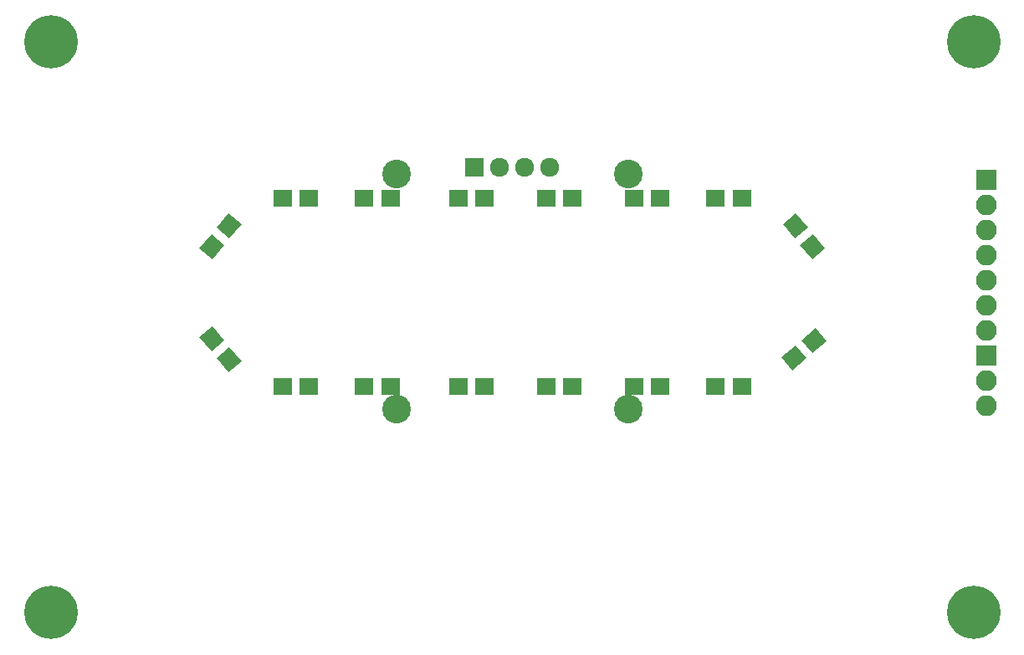
<source format=gts>
G04 #@! TF.FileFunction,Soldermask,Top*
%FSLAX46Y46*%
G04 Gerber Fmt 4.6, Leading zero omitted, Abs format (unit mm)*
G04 Created by KiCad (PCBNEW 4.0.7) date 02/09/20 20:32:47*
%MOMM*%
%LPD*%
G01*
G04 APERTURE LIST*
%ADD10C,0.100000*%
%ADD11C,2.900000*%
%ADD12R,1.924000X1.924000*%
%ADD13C,1.924000*%
%ADD14R,2.100000X2.100000*%
%ADD15O,2.100000X2.100000*%
%ADD16C,5.400000*%
%ADD17R,1.900000X1.700000*%
G04 APERTURE END LIST*
D10*
D11*
X132085000Y-118480000D03*
X108585000Y-118480000D03*
X132085000Y-94680000D03*
D12*
X116525000Y-93980000D03*
D13*
X119065000Y-93980000D03*
X121605000Y-93980000D03*
X124145000Y-93980000D03*
D11*
X108585000Y-94680000D03*
D14*
X168275000Y-95250000D03*
D15*
X168275000Y-97790000D03*
X168275000Y-100330000D03*
X168275000Y-102870000D03*
X168275000Y-105410000D03*
X168275000Y-107950000D03*
X168275000Y-110490000D03*
D16*
X73660000Y-139065000D03*
X167005000Y-139065000D03*
X167005000Y-81280000D03*
X73660000Y-81280000D03*
D14*
X168275000Y-113030000D03*
D15*
X168275000Y-115570000D03*
X168275000Y-118110000D03*
D17*
X140890000Y-116205000D03*
X143590000Y-116205000D03*
X132635000Y-116205000D03*
X135335000Y-116205000D03*
X123745000Y-116205000D03*
X126445000Y-116205000D03*
X114855000Y-116205000D03*
X117555000Y-116205000D03*
X105330000Y-116205000D03*
X108030000Y-116205000D03*
X97075000Y-116205000D03*
X99775000Y-116205000D03*
D10*
G36*
X88675451Y-111179467D02*
X89977727Y-110086728D01*
X91199023Y-111542213D01*
X89896747Y-112634952D01*
X88675451Y-111179467D01*
X88675451Y-111179467D01*
G37*
G36*
X90410977Y-113247787D02*
X91713253Y-112155048D01*
X92934549Y-113610533D01*
X91632273Y-114703272D01*
X90410977Y-113247787D01*
X90410977Y-113247787D01*
G37*
G36*
X91632273Y-98656728D02*
X92934549Y-99749467D01*
X91713253Y-101204952D01*
X90410977Y-100112213D01*
X91632273Y-98656728D01*
X91632273Y-98656728D01*
G37*
G36*
X89896747Y-100725048D02*
X91199023Y-101817787D01*
X89977727Y-103273272D01*
X88675451Y-102180533D01*
X89896747Y-100725048D01*
X89896747Y-100725048D01*
G37*
D17*
X99775000Y-97155000D03*
X97075000Y-97155000D03*
X108030000Y-97155000D03*
X105330000Y-97155000D03*
X117555000Y-97155000D03*
X114855000Y-97155000D03*
X126445000Y-97155000D03*
X123745000Y-97155000D03*
X135335000Y-97155000D03*
X132635000Y-97155000D03*
X143590000Y-97155000D03*
X140890000Y-97155000D03*
D10*
G36*
X151989549Y-102180533D02*
X150687273Y-103273272D01*
X149465977Y-101817787D01*
X150768253Y-100725048D01*
X151989549Y-102180533D01*
X151989549Y-102180533D01*
G37*
G36*
X150254023Y-100112213D02*
X148951747Y-101204952D01*
X147730451Y-99749467D01*
X149032727Y-98656728D01*
X150254023Y-100112213D01*
X150254023Y-100112213D01*
G37*
G36*
X148644467Y-114524549D02*
X147551728Y-113222273D01*
X149007213Y-112000977D01*
X150099952Y-113303253D01*
X148644467Y-114524549D01*
X148644467Y-114524549D01*
G37*
G36*
X150712787Y-112789023D02*
X149620048Y-111486747D01*
X151075533Y-110265451D01*
X152168272Y-111567727D01*
X150712787Y-112789023D01*
X150712787Y-112789023D01*
G37*
M02*

</source>
